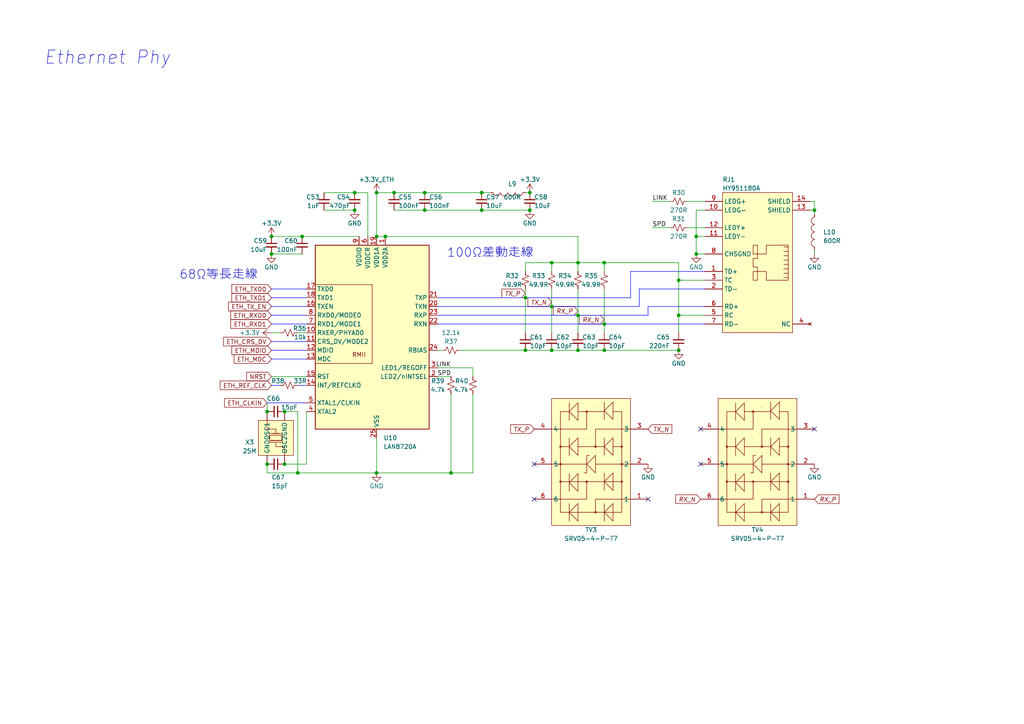
<source format=kicad_sch>
(kicad_sch (version 20211123) (generator eeschema)
  (paper "A4")
  (title_block (date "2022-10-25") (rev "200") (company "A. Chen") (comment 1 "CCTV3_F407ZET_REV100"))
  (lib_symbols
    (symbol "+3.3V_1" (power) (pin_names (offset 0))
      (property "Value" "+3.3V_1" (at 0 3.81 0))
      (symbol "+3.3V_1_0_1"
        (polyline (pts (xy -0.762 1.27) (xy 0 2.54)))
        (polyline (pts (xy 0 0) (xy 0 2.54)))
        (polyline (pts (xy 0 2.54) (xy 0.762 1.27)))
      )
      (symbol "+3.3V_1_1_1"
        (pin power_in line (at 0 0 90) (length 0) hide (name "+3.3V_ETH") (number "1"))
      )
    )
    (symbol "Interface_Ethernet:LAN8720A"
      (property "Reference" "U" (at -13.97 29.21 0))
      (property "Value" "LAN8720A" (at 15.24 29.21 0))
      (symbol "LAN8720A_0_0"
        (text "RMII" (at -5.08 -3.81 0) (effects (font (size 1.27 1.27))))
      )
      (symbol "LAN8720A_0_1"
        (rectangle (start -17.78 27.94) (end 15.24 -25.4) (stroke (width 0.254)) (fill (type background)))
        (polyline (pts (xy -17.78 -6.35) (xy -1.27 -6.35) (xy -1.27 16.51) (xy -17.78 16.51)))
      )
      (symbol "LAN8720A_1_1"
        (pin power_in line (at 2.54 30.48 270) (length 2.54) (name "VDD2A") (number "1"))
        (pin output line (at -20.32 2.54 0) (length 2.54) (name "RXER/PHYAD0") (number "10"))
        (pin output line (at -20.32 0 0) (length 2.54) (name "CRS_DV/MODE2") (number "11"))
        (pin bidirectional line (at -20.32 -2.54 0) (length 2.54) (name "MDIO") (number "12"))
        (pin input line (at -20.32 -5.08 0) (length 2.54) (name "MDC") (number "13"))
        (pin output line (at -20.32 -12.7 0) (length 2.54) (name "INT/REFCLKO") (number "14"))
        (pin input line (at -20.32 -10.16 0) (length 2.54) (name "RST") (number "15"))
        (pin input line (at -20.32 10.16 0) (length 2.54) (name "TXEN") (number "16"))
        (pin input line (at -20.32 15.24 0) (length 2.54) (name "TXD0") (number "17"))
        (pin input line (at -20.32 12.7 0) (length 2.54) (name "TXD1") (number "18"))
        (pin power_in line (at 0 30.48 270) (length 2.54) (name "VDD1A") (number "19"))
        (pin bidirectional line (at 17.78 -10.16 180) (length 2.54) (name "LED2/nINTSEL") (number "2"))
        (pin output line (at 17.78 10.16 180) (length 2.54) (name "TXN") (number "20"))
        (pin output line (at 17.78 12.7 180) (length 2.54) (name "TXP") (number "21"))
        (pin output line (at 17.78 5.08 180) (length 2.54) (name "RXN") (number "22"))
        (pin output line (at 17.78 7.62 180) (length 2.54) (name "RXP") (number "23"))
        (pin input line (at 17.78 -2.54 180) (length 2.54) (name "RBIAS") (number "24"))
        (pin power_in line (at 0 -27.94 90) (length 2.54) (name "VSS") (number "25"))
        (pin bidirectional line (at 17.78 -7.62 180) (length 2.54) (name "LED1/REGOFF") (number "3"))
        (pin passive line (at -20.32 -20.32 0) (length 2.54) (name "XTAL2") (number "4"))
        (pin passive line (at -20.32 -17.78 0) (length 2.54) (name "XTAL1/CLKIN") (number "5"))
        (pin power_in line (at -2.54 30.48 270) (length 2.54) (name "VDDCR") (number "6"))
        (pin output line (at -20.32 5.08 0) (length 2.54) (name "RXD1/MODE1") (number "7"))
        (pin output line (at -20.32 7.62 0) (length 2.54) (name "RXD0/MODE0") (number "8"))
        (pin power_in line (at -5.08 30.48 270) (length 2.54) (name "VDDIO") (number "9"))
      )
    )
    (symbol "lcsc_parts:Cap" (pin_numbers hide) (pin_names (offset 0.254) hide)
      (property "Reference" "C" (at 0.254 1.778 0))
      (property "Value" "Cap" (at 0.254 -2.032 0))
      (symbol "Cap_0_1"
        (polyline (pts (xy -1.524 -0.508) (xy 1.524 -0.508)) (stroke (width 0.3302)))
        (polyline (pts (xy -1.524 0.508) (xy 1.524 0.508)) (stroke (width 0.3048)))
      )
      (symbol "Cap_1_1"
        (pin passive line (at 0 2.54 270) (length 2.032) (name "~") (number "1"))
        (pin passive line (at 0 -2.54 90) (length 2.032) (name "~") (number "2"))
      )
    )
    (symbol "lcsc_parts:GZ1608D601TF" (pin_numbers hide) (pin_names hide)
      (property "Reference" "L" (at 0 5.08 0))
      (property "Value" "GZ1608D601TF" (at 0 -5.08 0))
      (symbol "GZ1608D601TF_0_1"
        (arc (start -4.29 -0.02) (mid -2.52 -0.79) (end -2.27 -0.02))
        (arc (start -2.13 -0.02) (mid -0.36 -0.79) (end -0.11 -0.02))
        (arc (start 0.02 -0.02) (mid 1.79 -0.79) (end 2.04 -0.02))
        (arc (start 2.21 -0.02) (mid 3.3 -1.12) (end 4.23 -0.02))
        (pin unspecified line (at -5.08 0 0) (length 0.762) (name "1") (number "1"))
        (pin unspecified line (at 5.08 0 180) (length 0.762) (name "2") (number "2"))
      )
    )
    (symbol "lcsc_parts:HY951180A"
      (property "Reference" "RJ" (at 0 21.59 0))
      (property "Value" "HY951180A" (at 0 -27.94 0))
      (symbol "HY951180A_0_1"
        (rectangle (start -10.16 20.32) (end 10.16 -20.32) (fill (type background)))
        (rectangle (start -1.27 -2.54) (end 0 -5.08) (fill (type background)))
        (rectangle (start -1.27 5.08) (end 0 2.54) (fill (type background)))
        (polyline (pts (xy 7.62 -4.32) (xy 8.89 -4.32)))
        (polyline (pts (xy 7.62 3.3) (xy 8.89 3.3)))
        (polyline (pts (xy 8.89 -3.05) (xy 7.62 -3.05)))
        (polyline (pts (xy 8.89 -1.78) (xy 7.62 -1.78)))
        (polyline (pts (xy 8.89 -0.51) (xy 7.62 -0.51)))
        (polyline (pts (xy 8.89 0.76) (xy 7.62 0.76)))
        (polyline (pts (xy 8.89 2.03) (xy 7.62 2.03)))
        (polyline (pts (xy 8.89 4.57) (xy 7.62 4.57)))
        (polyline (pts (xy 8.89 5.08) (xy 8.89 -5.08) (xy 2.54 -5.08) (xy 2.54 -2.54) (xy 0 -2.54) (xy 0 -1.27) (xy -1.27 -1.27) (xy -1.27 1.27) (xy 0 1.27) (xy 0 2.54) (xy 2.54 2.54) (xy 2.54 5.08) (xy 8.89 5.08)) (fill (type background)))
        (pin input line (at -15.24 -2.54 0) (length 5.08) (name "TD+") (number "1"))
        (pin input line (at -15.24 15.24 0) (length 5.08) (name "LEDG-") (number "10"))
        (pin input line (at -15.24 7.62 0) (length 5.08) (name "LEDY-") (number "11"))
        (pin input line (at -15.24 10.16 0) (length 5.08) (name "LEDY+") (number "12"))
        (pin input line (at 15.24 15.24 180) (length 5.08) (name "SHIELD") (number "13"))
        (pin input line (at 15.24 17.78 180) (length 5.08) (name "SHIELD") (number "14"))
        (pin input line (at -15.24 -7.62 0) (length 5.08) (name "TD-") (number "2"))
        (pin input line (at -15.24 -5.08 0) (length 5.08) (name "TC") (number "3"))
        (pin no_connect line (at 15.24 -17.78 180) (length 5.08) (name "NC") (number "4"))
        (pin input line (at -15.24 -15.24 0) (length 5.08) (name "RC") (number "5"))
        (pin input line (at -15.24 -12.7 0) (length 5.08) (name "RD+") (number "6"))
        (pin input line (at -15.24 -17.78 0) (length 5.08) (name "RD-") (number "7"))
        (pin input line (at -15.24 2.54 0) (length 5.08) (name "CHSGND") (number "8"))
        (pin input line (at -15.24 17.78 0) (length 5.08) (name "LEDG+") (number "9"))
      )
    )
    (symbol "lcsc_parts:Osc_25M_12pF" (pin_numbers hide)
      (property "Reference" "X" (at 0 7.62 0))
      (property "Value" "Osc_25M_12pF" (at 0 -7.62 0))
      (symbol "Osc_25M_12pF_0_1"
        (rectangle (start -5.08 5.08) (end 5.08 -5.08) (fill (type background)))
        (polyline (pts (xy -1.27 -1.78) (xy -1.27 1.78)))
        (polyline (pts (xy -1.27 -1.02) (xy -1.27 1.02)))
        (polyline (pts (xy 0.76 -1.78) (xy -0.76 -1.78)))
        (polyline (pts (xy 1.27 -1.78) (xy 1.27 1.78)))
        (polyline (pts (xy 1.27 -1.02) (xy 1.27 1.02)))
        (polyline (pts (xy -5.08 -2.54) (xy -2.54 -2.54) (xy -2.54 0) (xy -1.52 0)))
        (polyline (pts (xy -0.76 -1.78) (xy -0.76 1.78) (xy 0.76 1.78) (xy 0.76 -1.78)))
        (polyline (pts (xy 5.08 2.54) (xy 2.54 2.54) (xy 2.54 0) (xy 1.52 0)))
        (polyline (pts (xy 0.76 1.78) (xy 0.76 -1.78) (xy -0.76 -1.78) (xy -0.76 1.78) (xy 0.76 1.78)) (fill (type background)))
        (pin unspecified line (at -7.62 -2.54 0) (length 2.54) (name "OSC1") (number "1"))
        (pin unspecified line (at 7.62 -2.54 180) (length 2.54) (name "GND") (number "2"))
        (pin unspecified line (at 7.62 2.54 180) (length 2.54) (name "OSC2") (number "3"))
        (pin unspecified line (at -7.62 2.54 0) (length 2.54) (name "GND") (number "4"))
      )
    )
    (symbol "lcsc_parts:Res" (pin_numbers hide) (pin_names (offset 0.254) hide)
      (property "Reference" "R" (at 0.762 0.508 0))
      (property "Value" "Res" (at 0.762 -1.016 0))
      (symbol "Res_1_1"
        (polyline (pts (xy 0 0) (xy 1.016 -0.381) (xy 0 -0.762) (xy -1.016 -1.143) (xy 0 -1.524)))
        (polyline (pts (xy 0 1.524) (xy 1.016 1.143) (xy 0 0.762) (xy -1.016 0.381) (xy 0 0)))
        (pin passive line (at 0 2.54 270) (length 1.016) (name "~") (number "1"))
        (pin passive line (at 0 -2.54 90) (length 1.016) (name "~") (number "2"))
      )
    )
    (symbol "lcsc_parts:SRV05-4-P-T7"
      (property "Reference" "TV" (at 0 13.97 0))
      (property "Value" "SRV05-4-P-T7" (at 0 -16.51 0))
      (symbol "SRV05-4-P-T7_0_1"
        (rectangle (start -11.43 17.78) (end 11.43 -19.05) (fill (type background)))
        (circle (center -8.89 -6.35) (radius 0.25))
        (circle (center -8.89 -1.27) (radius 0.25))
        (circle (center -8.89 3.81) (radius 0.25))
        (arc (start -1.52 6.35) (mid -1.47 6.6) (end -1.52 6.35))
        (circle (center -1.27 -6.35) (radius 0.25))
        (circle (center -1.27 13.97) (radius 0.25))
        (polyline (pts (xy -8.89 -15.24) (xy -8.89 1.27)))
        (polyline (pts (xy -8.89 -1.27) (xy -11.43 -1.27)))
        (polyline (pts (xy -8.89 8.89) (xy -11.43 8.89)))
        (polyline (pts (xy -6.35 -17.78) (xy -6.35 -12.7)))
        (polyline (pts (xy -6.35 -9.14) (xy -6.35 -4.06)))
        (polyline (pts (xy -6.35 1.27) (xy -6.35 6.35)))
        (polyline (pts (xy -6.35 11.43) (xy -6.35 16.51)))
        (polyline (pts (xy -2.54 8.89) (xy -2.54 8.89)) (fill (type background)))
        (polyline (pts (xy -2.03 -3.81) (xy -1.27 -3.81)))
        (polyline (pts (xy -1.27 -6.35) (xy -8.89 -6.35)))
        (polyline (pts (xy -1.27 -3.81) (xy -1.27 1.27)))
        (polyline (pts (xy -1.27 -1.27) (xy -8.89 -1.27)))
        (polyline (pts (xy -1.27 1.27) (xy -0.51 1.27)))
        (polyline (pts (xy 3.81 -17.78) (xy 3.81 -12.7)))
        (polyline (pts (xy 3.81 -8.89) (xy 3.81 -3.81)))
        (polyline (pts (xy 3.81 1.27) (xy 3.81 6.35)))
        (polyline (pts (xy 3.81 3.81) (xy -3.81 3.81)))
        (polyline (pts (xy 3.81 11.68) (xy 3.81 16.76)))
        (polyline (pts (xy 3.81 13.97) (xy -3.81 13.97)))
        (polyline (pts (xy 8.89 -15.24) (xy -8.89 -15.24)))
        (polyline (pts (xy 8.89 -15.24) (xy 8.89 1.27)))
        (polyline (pts (xy 8.89 -6.35) (xy -1.27 -6.35)))
        (polyline (pts (xy 11.43 -1.27) (xy 1.27 -1.27)))
        (polyline (pts (xy -6.35 3.81) (xy -8.89 3.81) (xy -8.89 1.27)))
        (polyline (pts (xy -6.35 13.97) (xy -8.89 13.97) (xy -8.89 3.81)))
        (polyline (pts (xy -1.27 -6.35) (xy -1.27 -11.43) (xy -11.43 -11.43)))
        (polyline (pts (xy -1.27 13.97) (xy -1.27 8.89) (xy -8.89 8.89)))
        (polyline (pts (xy 1.27 -15.24) (xy 1.27 -11.43) (xy 11.43 -11.43)))
        (polyline (pts (xy 1.27 3.81) (xy 1.27 8.89) (xy 11.43 8.89)))
        (polyline (pts (xy 6.35 3.81) (xy 8.89 3.81) (xy 8.89 1.27)))
        (polyline (pts (xy 8.89 3.81) (xy 8.89 13.97) (xy 6.35 13.97)))
        (polyline (pts (xy -3.81 -12.7) (xy -6.35 -15.24) (xy -3.81 -17.78) (xy -3.81 -12.7)) (fill (type background)))
        (polyline (pts (xy -3.81 -4.06) (xy -6.35 -6.6) (xy -3.81 -9.14) (xy -3.81 -4.06)) (fill (type background)))
        (polyline (pts (xy -3.81 6.35) (xy -6.35 3.81) (xy -3.81 1.27) (xy -3.81 6.35)) (fill (type background)))
        (polyline (pts (xy -3.81 16.51) (xy -6.35 13.97) (xy -3.81 11.43) (xy -3.81 16.51)) (fill (type background)))
        (polyline (pts (xy 1.27 1.27) (xy -1.27 -1.27) (xy 1.27 -3.81) (xy 1.27 1.27)) (fill (type background)))
        (polyline (pts (xy 6.35 -12.7) (xy 3.81 -15.24) (xy 6.35 -17.78) (xy 6.35 -12.7)) (fill (type background)))
        (polyline (pts (xy 6.35 -3.81) (xy 3.81 -6.35) (xy 6.35 -8.89) (xy 6.35 -3.81)) (fill (type background)))
        (polyline (pts (xy 6.35 6.35) (xy 3.81 3.81) (xy 6.35 1.27) (xy 6.35 6.35)) (fill (type background)))
        (polyline (pts (xy 6.35 16.76) (xy 3.81 14.22) (xy 6.35 11.68) (xy 6.35 16.76)) (fill (type background)))
        (arc (start 1.02 15.24) (mid 1.07 15.49) (end 1.02 15.24))
        (circle (center 1.27 -15.24) (radius 0.25))
        (circle (center 1.27 3.81) (radius 0.25))
        (circle (center 8.89 -6.35) (radius 0.25))
        (circle (center 8.89 -1.27) (radius 0.25))
        (circle (center 8.89 3.81) (radius 0.25))
        (pin input line (at 16.51 -11.43 180) (length 5.08) (name "1") (number "1"))
        (pin input line (at 16.51 -1.27 180) (length 5.08) (name "2") (number "2"))
        (pin input line (at 16.51 8.89 180) (length 5.08) (name "3") (number "3"))
        (pin input line (at -16.51 8.89 0) (length 5.08) (name "4") (number "4"))
        (pin input line (at -16.51 -1.27 0) (length 5.08) (name "5") (number "5"))
        (pin input line (at -16.51 -11.43 0) (length 5.08) (name "6") (number "6"))
      )
    )
    (symbol "power:+3.3V" (power) (pin_names (offset 0))
      (property "Value" "+3.3V" (at 0 3.556 0))
      (symbol "+3.3V_0_1"
        (polyline (pts (xy -0.762 1.27) (xy 0 2.54)))
        (polyline (pts (xy 0 0) (xy 0 2.54)))
        (polyline (pts (xy 0 2.54) (xy 0.762 1.27)))
      )
      (symbol "+3.3V_1_1"
        (pin power_in line (at 0 0 90) (length 0) hide (name "+3.3V") (number "1"))
      )
    )
    (symbol "power:GND" (power) (pin_names (offset 0))
      (property "Value" "GND" (at 0 -3.81 0))
      (symbol "GND_0_1"
        (polyline (pts (xy 0 0) (xy 0 -1.27) (xy 1.27 -1.27) (xy 0 -2.54) (xy -1.27 -1.27) (xy 0 -1.27)))
      )
      (symbol "GND_1_1"
        (pin power_in line (at 0 0 270) (length 0) hide (name "GND") (number "1"))
      )
    )
  )
  (junction (at 153.67 55.88))
  (junction (at 152.4 101.6))
  (junction (at 78.74 68.58))
  (junction (at 114.3 55.88))
  (junction (at 77.47 119.38))
  (junction (at 201.93 73.66))
  (junction (at 123.19 60.96))
  (junction (at 130.81 137.16))
  (junction (at 139.7 55.88))
  (junction (at 109.22 68.58))
  (junction (at 87.63 68.58))
  (junction (at 109.22 137.16))
  (junction (at 139.7 60.96))
  (junction (at 196.85 91.44))
  (junction (at 152.4 86.36))
  (junction (at 167.64 76.2))
  (junction (at 86.36 137.16))
  (junction (at 175.26 101.6))
  (junction (at 102.87 55.88))
  (junction (at 160.02 88.9))
  (junction (at 78.74 73.66))
  (junction (at 102.87 60.96))
  (junction (at 167.64 91.44))
  (junction (at 196.85 101.6))
  (junction (at 153.67 60.96))
  (junction (at 111.76 68.58))
  (junction (at 196.85 81.28))
  (junction (at 201.93 68.58))
  (junction (at 236.22 60.96))
  (junction (at 82.55 119.38))
  (junction (at 123.19 55.88))
  (junction (at 167.64 101.6))
  (junction (at 109.22 55.88))
  (junction (at 175.26 93.98))
  (junction (at 82.55 134.62))
  (junction (at 175.26 76.2))
  (junction (at 160.02 76.2))
  (junction (at 160.02 101.6))
  (junction (at 77.47 134.62))
  (no_connect (at 187.96 144.78))
  (no_connect (at 154.94 144.78))
  (no_connect (at 203.2 134.62))
  (no_connect (at 236.22 124.46))
  (no_connect (at 203.2 124.46))
  (no_connect (at 154.94 134.62))
  (wire (pts (xy 77.47 116.84) (xy 77.47 119.38)))
  (wire (pts (xy 201.93 73.66) (xy 204.47 73.66)))
  (wire (pts (xy 78.74 68.58) (xy 87.63 68.58)))
  (wire (pts (xy 109.22 68.58) (xy 111.76 68.58)))
  (wire (pts (xy 201.93 68.58) (xy 201.93 73.66)))
  (wire (pts (xy 137.16 106.68) (xy 137.16 109.22)))
  (wire (pts (xy 78.74 91.44) (xy 88.9 91.44)) (stroke (width 0) (color 0 0 255 1)))
  (wire (pts (xy 127 109.22) (xy 130.81 109.22)))
  (wire (pts (xy 78.74 93.98) (xy 88.9 93.98)) (stroke (width 0) (color 0 0 255 1)))
  (wire (pts (xy 160.02 88.9) (xy 160.02 96.52)))
  (wire (pts (xy 199.39 66.04) (xy 204.47 66.04)))
  (wire (pts (xy 167.64 68.58) (xy 167.64 76.2)))
  (wire (pts (xy 152.4 55.88) (xy 153.67 55.88)))
  (wire (pts (xy 196.85 91.44) (xy 204.47 91.44)))
  (wire (pts (xy 185.42 88.9) (xy 185.42 83.82)) (stroke (width 0) (color 0 0 255 1)))
  (wire (pts (xy 139.7 55.88) (xy 142.24 55.88)))
  (wire (pts (xy 152.4 78.74) (xy 152.4 76.2)))
  (wire (pts (xy 127 93.98) (xy 175.26 93.98)) (stroke (width 0) (color 0 0 255 1)))
  (wire (pts (xy 167.64 76.2) (xy 167.64 78.74)))
  (wire (pts (xy 152.4 86.36) (xy 152.4 96.52)))
  (wire (pts (xy 167.64 101.6) (xy 175.26 101.6)))
  (wire (pts (xy 236.22 60.96) (xy 236.22 58.42)))
  (wire (pts (xy 152.4 83.82) (xy 152.4 86.36)))
  (wire (pts (xy 114.3 55.88) (xy 123.19 55.88)))
  (wire (pts (xy 78.74 83.82) (xy 88.9 83.82)) (stroke (width 0) (color 0 0 255 1)))
  (wire (pts (xy 175.26 83.82) (xy 175.26 93.98)))
  (wire (pts (xy 152.4 76.2) (xy 160.02 76.2)))
  (wire (pts (xy 236.22 73.66) (xy 236.22 72.39)))
  (wire (pts (xy 78.74 99.06) (xy 88.9 99.06)) (stroke (width 0) (color 0 0 255 1)))
  (wire (pts (xy 160.02 76.2) (xy 160.02 78.74)))
  (wire (pts (xy 77.47 116.84) (xy 88.9 116.84)) (stroke (width 0) (color 0 0 255 1)))
  (wire (pts (xy 123.19 55.88) (xy 139.7 55.88)))
  (wire (pts (xy 167.64 76.2) (xy 175.26 76.2)))
  (wire (pts (xy 86.36 137.16) (xy 109.22 137.16)))
  (wire (pts (xy 78.74 111.76) (xy 81.28 111.76)) (stroke (width 0) (color 0 0 255 1)))
  (wire (pts (xy 185.42 83.82) (xy 204.47 83.82)) (stroke (width 0) (color 0 0 255 1)))
  (wire (pts (xy 127 88.9) (xy 160.02 88.9)) (stroke (width 0) (color 0 0 255 1)))
  (wire (pts (xy 160.02 101.6) (xy 167.64 101.6)))
  (wire (pts (xy 86.36 96.52) (xy 88.9 96.52)))
  (wire (pts (xy 106.68 55.88) (xy 106.68 68.58)))
  (wire (pts (xy 182.88 78.74) (xy 204.47 78.74)) (stroke (width 0) (color 0 0 255 1)))
  (wire (pts (xy 182.88 86.36) (xy 182.88 78.74)) (stroke (width 0) (color 0 0 255 1)))
  (wire (pts (xy 109.22 55.88) (xy 114.3 55.88)))
  (wire (pts (xy 102.87 55.88) (xy 106.68 55.88)))
  (wire (pts (xy 204.47 60.96) (xy 201.93 60.96)))
  (wire (pts (xy 187.96 91.44) (xy 187.96 88.9)) (stroke (width 0) (color 0 0 255 1)))
  (wire (pts (xy 160.02 76.2) (xy 167.64 76.2)))
  (wire (pts (xy 199.39 58.42) (xy 204.47 58.42)))
  (wire (pts (xy 196.85 91.44) (xy 196.85 96.52)))
  (wire (pts (xy 88.9 134.62) (xy 88.9 119.38)))
  (wire (pts (xy 196.85 81.28) (xy 196.85 91.44)))
  (wire (pts (xy 234.95 58.42) (xy 236.22 58.42)))
  (wire (pts (xy 78.74 109.22) (xy 88.9 109.22)))
  (wire (pts (xy 111.76 68.58) (xy 167.64 68.58)))
  (wire (pts (xy 133.35 101.6) (xy 152.4 101.6)))
  (wire (pts (xy 189.23 66.04) (xy 194.31 66.04)))
  (wire (pts (xy 127 106.68) (xy 137.16 106.68)))
  (wire (pts (xy 187.96 88.9) (xy 204.47 88.9)) (stroke (width 0) (color 0 0 255 1)))
  (wire (pts (xy 109.22 55.88) (xy 109.22 68.58)))
  (wire (pts (xy 175.26 76.2) (xy 175.26 78.74)))
  (wire (pts (xy 175.26 101.6) (xy 196.85 101.6)))
  (wire (pts (xy 167.64 91.44) (xy 187.96 91.44)) (stroke (width 0) (color 0 0 255 1)))
  (wire (pts (xy 82.55 119.38) (xy 86.36 119.38)))
  (wire (pts (xy 175.26 93.98) (xy 175.26 96.52)))
  (wire (pts (xy 114.3 60.96) (xy 123.19 60.96)))
  (wire (pts (xy 201.93 68.58) (xy 204.47 68.58)))
  (wire (pts (xy 109.22 137.16) (xy 109.22 127)))
  (wire (pts (xy 123.19 60.96) (xy 139.7 60.96)))
  (wire (pts (xy 201.93 60.96) (xy 201.93 68.58)))
  (wire (pts (xy 137.16 137.16) (xy 137.16 114.3)))
  (wire (pts (xy 189.23 58.42) (xy 194.31 58.42)))
  (wire (pts (xy 78.74 88.9) (xy 88.9 88.9)) (stroke (width 0) (color 0 0 255 1)))
  (wire (pts (xy 130.81 114.3) (xy 130.81 137.16)))
  (wire (pts (xy 93.98 55.88) (xy 102.87 55.88)))
  (wire (pts (xy 152.4 86.36) (xy 182.88 86.36)) (stroke (width 0) (color 0 0 255 1)))
  (wire (pts (xy 78.74 73.66) (xy 87.63 73.66)))
  (wire (pts (xy 167.64 83.82) (xy 167.64 91.44)))
  (wire (pts (xy 152.4 101.6) (xy 160.02 101.6)))
  (wire (pts (xy 78.74 104.14) (xy 88.9 104.14)) (stroke (width 0) (color 0 0 255 1)))
  (wire (pts (xy 196.85 81.28) (xy 204.47 81.28)))
  (wire (pts (xy 175.26 93.98) (xy 204.47 93.98)) (stroke (width 0) (color 0 0 255 1)))
  (wire (pts (xy 109.22 137.16) (xy 130.81 137.16)))
  (wire (pts (xy 167.64 91.44) (xy 167.64 96.52)))
  (wire (pts (xy 196.85 76.2) (xy 196.85 81.28)))
  (wire (pts (xy 78.74 96.52) (xy 81.28 96.52)))
  (wire (pts (xy 78.74 101.6) (xy 88.9 101.6)) (stroke (width 0) (color 0 0 255 1)))
  (wire (pts (xy 160.02 83.82) (xy 160.02 88.9)))
  (wire (pts (xy 175.26 76.2) (xy 196.85 76.2)))
  (wire (pts (xy 139.7 60.96) (xy 153.67 60.96)))
  (wire (pts (xy 77.47 137.16) (xy 77.47 134.62)))
  (wire (pts (xy 78.74 86.36) (xy 88.9 86.36)) (stroke (width 0) (color 0 0 255 1)))
  (wire (pts (xy 234.95 60.96) (xy 236.22 60.96)))
  (wire (pts (xy 128.27 101.6) (xy 127 101.6)))
  (wire (pts (xy 127 91.44) (xy 167.64 91.44)) (stroke (width 0) (color 0 0 255 1)))
  (wire (pts (xy 130.81 137.16) (xy 137.16 137.16)))
  (wire (pts (xy 86.36 137.16) (xy 77.47 137.16)))
  (wire (pts (xy 93.98 60.96) (xy 102.87 60.96)))
  (wire (pts (xy 86.36 119.38) (xy 86.36 137.16)))
  (wire (pts (xy 87.63 68.58) (xy 104.14 68.58)))
  (wire (pts (xy 82.55 134.62) (xy 88.9 134.62)))
  (wire (pts (xy 127 86.36) (xy 152.4 86.36)) (stroke (width 0) (color 0 0 255 1)))
  (wire (pts (xy 160.02 88.9) (xy 185.42 88.9)) (stroke (width 0) (color 0 0 255 1)))
  (wire (pts (xy 86.36 111.76) (xy 88.9 111.76)) (stroke (width 0) (color 0 0 255 1)))
  (wire (pts (xy 236.22 62.23) (xy 236.22 60.96)))
  (text "Ethernet Phy" (at 12.7 19.05 0) (effects (font (size 3.81 3.81) italic) (justify left bottom)))
  (text "100Ω差動走線" (at 154.94 74.93 180) (effects (font (size 2.54 2.54)) (justify right bottom)))
  (text "68Ω等長走線" (at 74.93 81.28 180) (effects (font (size 2.54 2.54)) (justify right bottom)))
  (label "LINK" (at 189.23 58.42 0))
  (label "SPD" (at 130.81 109.22 180))
  (label "LINK" (at 130.81 106.68 180))
  (label "SPD" (at 189.23 66.04 0))
  (global_label "ETH_REF_CLK" (shape input) (at 78.74 111.76 180) (property "Intersheet References" "${INTERSHEET_REFS}" (effects hide)))
  (global_label "TX_N" (shape input) (at 160.02 87.63 180) (effects (font italic)) (property "Intersheet References" "${INTERSHEET_REFS}" (effects hide)))
  (global_label "RX_N" (shape input) (at 175.26 92.71 180) (effects (font italic)) (property "Intersheet References" "${INTERSHEET_REFS}" (effects hide)))
  (global_label "RX_N" (shape input) (at 203.2 144.78 180) (effects (font italic)) (property "Intersheet References" "${INTERSHEET_REFS}" (effects hide)))
  (global_label "NRST" (shape input) (at 78.74 109.22 180) (property "Intersheet References" "${INTERSHEET_REFS}" (effects hide)))
  (global_label "RX_P" (shape input) (at 236.22 144.78 0) (effects (font italic)) (property "Intersheet References" "${INTERSHEET_REFS}" (effects hide)))
  (global_label "ETH_CLKIN" (shape input) (at 77.47 116.84 180) (property "Intersheet References" "${INTERSHEET_REFS}" (effects hide)))
  (global_label "TX_P" (shape input) (at 154.94 124.46 180) (effects (font italic)) (property "Intersheet References" "${INTERSHEET_REFS}" (effects hide)))
  (global_label "ETH_RXD1" (shape input) (at 78.74 93.98 180) (property "Intersheet References" "${INTERSHEET_REFS}" (effects hide)))
  (global_label "ETH_TX_EN" (shape input) (at 78.74 88.9 180) (property "Intersheet References" "${INTERSHEET_REFS}" (effects hide)))
  (global_label "TX_P" (shape input) (at 152.4 85.09 180) (effects (font italic)) (property "Intersheet References" "${INTERSHEET_REFS}" (effects hide)))
  (global_label "ETH_MDC" (shape input) (at 78.74 104.14 180) (property "Intersheet References" "${INTERSHEET_REFS}" (effects hide)))
  (global_label "ETH_MDIO" (shape input) (at 78.74 101.6 180) (property "Intersheet References" "${INTERSHEET_REFS}" (effects hide)))
  (global_label "RX_P" (shape input) (at 167.64 90.17 180) (effects (font italic)) (property "Intersheet References" "${INTERSHEET_REFS}" (effects hide)))
  (global_label "ETH_TXD1" (shape input) (at 78.74 86.36 180) (property "Intersheet References" "${INTERSHEET_REFS}" (effects hide)))
  (global_label "TX_N" (shape input) (at 187.96 124.46 0) (effects (font italic)) (property "Intersheet References" "${INTERSHEET_REFS}" (effects hide)))
  (global_label "ETH_RXD0" (shape input) (at 78.74 91.44 180) (property "Intersheet References" "${INTERSHEET_REFS}" (effects hide)))
  (global_label "ETH_TXD0" (shape input) (at 78.74 83.82 180) (property "Intersheet References" "${INTERSHEET_REFS}" (effects hide)))
  (global_label "ETH_CRS_DV" (shape input) (at 78.74 99.06 180) (property "Intersheet References" "${INTERSHEET_REFS}" (effects hide)))
  (symbol (lib_id "lcsc_parts:Res") (at 130.81 101.6 270) (unit 1)
    (property "Reference" "R37" (at 130.81 99.06 90))
    (property "Value" "12.1k" (at 130.81 96.52 90))
    (property "Footprint" "Resistor_SMD:R_0402_1005Metric" (effects hide))
    (property "Tolerance" "1%" (effects hide))
    (property "LCSC Part" "TBD" (effects hide))
  )
  (symbol (lib_id "power:GND") (at 187.96 134.62 0) (unit 1)
    (property "Reference" "#PWR099" (effects hide))
    (property "Value" "GND" (at 187.96 138.43 0))
  )
  (symbol (lib_id "power:GND") (at 109.22 137.16 0) (unit 1)
    (property "Reference" "#PWR0101" (effects hide))
    (property "Value" "GND" (at 109.22 140.97 0))
  )
  (symbol (lib_id "lcsc_parts:Res") (at 130.81 111.76 180) (unit 1)
    (property "Reference" "R39" (at 127 110.49 0))
    (property "Value" "4.7k" (at 127 113.03 0))
    (property "Footprint" "Resistor_SMD:R_0603_1608Metric" (effects hide))
    (property "LCSC Part" "TBD" (effects hide))
  )
  (symbol (lib_name "+3.3V_1") (lib_id "power:+3.3V") (at 109.22 55.88 0) (unit 1)
    (property "Reference" "#PWR089" (effects hide))
    (property "Value" "+3.3V_ETH" (at 109.22 52.07 0))
  )
  (symbol (lib_id "lcsc_parts:Res") (at 167.64 81.28 0) (unit 1)
    (property "Reference" "R34" (at 163.83 80.01 0))
    (property "Value" "49.9R" (at 163.83 82.55 0))
    (property "Footprint" "Resistor_SMD:R_0402_1005Metric" (effects hide))
    (property "Tolerance" "1%" (effects hide))
    (property "LCSC Part" "TBD" (effects hide))
  )
  (symbol (lib_id "power:GND") (at 236.22 134.62 0) (unit 1)
    (property "Reference" "#PWR0100" (effects hide))
    (property "Value" "GND" (at 236.22 138.43 0))
  )
  (symbol (lib_id "Interface_Ethernet:LAN8720A") (at 109.22 99.06 0) (unit 1)
    (property "Reference" "U10" (at 111.2394 127 0) (effects (justify left)))
    (property "Value" "LAN8720A" (at 111.2394 129.54 0) (effects (justify left)))
    (property "Footprint" "Package_DFN_QFN:QFN-24-1EP_4x4mm_P0.5mm_EP2.6x2.6mm" (effects hide))
    (property "Datasheet" "http://ww1.microchip.com/downloads/en/DeviceDoc/8720a.pdf" (effects hide))
  )
  (symbol (lib_id "lcsc_parts:Res") (at 152.4 81.28 0) (unit 1)
    (property "Reference" "R32" (at 148.59 80.01 0))
    (property "Value" "49.9R" (at 148.59 82.55 0))
    (property "Footprint" "Resistor_SMD:R_0402_1005Metric" (effects hide))
    (property "Tolerance" "1%" (effects hide))
    (property "LCSC Part" "TBD" (effects hide))
  )
  (symbol (lib_id "lcsc_parts:Cap") (at 87.63 71.12 0) (unit 1)
    (property "Reference" "C60" (at 86.36 69.85 0) (effects (justify right)))
    (property "Value" "100nF" (at 86.36 72.39 0) (effects (justify right)))
    (property "Footprint" "Capacitor_SMD:C_0402_1005Metric" (effects hide))
    (property "Voltage" "16V" (effects hide))
    (property "LCSC Part" "TBD" (effects hide))
  )
  (symbol (lib_id "lcsc_parts:Res") (at 137.16 111.76 180) (unit 1)
    (property "Reference" "R40" (at 135.89 110.49 0) (effects (justify left)))
    (property "Value" "4.7k" (at 135.89 113.03 0) (effects (justify left)))
    (property "Footprint" "Resistor_SMD:R_0603_1608Metric" (effects hide))
    (property "LCSC Part" "TBD" (effects hide))
  )
  (symbol (lib_id "lcsc_parts:Res") (at 83.82 111.76 90) (unit 1)
    (property "Reference" "R38" (at 82.55 110.49 90) (effects (justify left)))
    (property "Value" "33R" (at 85.09 110.49 90) (effects (justify right)))
    (property "Footprint" "Resistor_SMD:R_0603_1608Metric" (effects hide))
    (property "LCSC Part" "TBD" (effects hide))
  )
  (symbol (lib_id "lcsc_parts:Cap") (at 78.74 71.12 0) (unit 1)
    (property "Reference" "C59" (at 77.47 69.85 0) (effects (justify right)))
    (property "Value" "10uF" (at 77.47 72.39 0) (effects (justify right)))
    (property "Footprint" "Capacitor_SMD:C_0402_1005Metric" (effects hide))
    (property "Voltage" "6.3V" (effects hide))
    (property "LCSC Part" "TBD" (effects hide))
  )
  (symbol (lib_id "power:+3.3V") (at 78.74 96.52 90) (unit 1)
    (property "Reference" "#PWR097" (effects hide))
    (property "Value" "+3.3V" (at 72.39 96.52 90))
  )
  (symbol (lib_id "lcsc_parts:Cap") (at 196.85 99.06 180) (unit 1)
    (property "Reference" "C65" (at 194.31 97.79 0) (effects (justify left)))
    (property "Value" "220nF" (at 194.31 100.33 0) (effects (justify left)))
    (property "Footprint" "Capacitor_SMD:C_0402_1005Metric" (effects hide))
    (property "Voltage" "16V" (effects hide))
    (property "LCSC Part" "TBD" (effects hide))
  )
  (symbol (lib_id "lcsc_parts:Res") (at 196.85 66.04 270) (unit 1)
    (property "Reference" "R31" (at 196.85 63.5 90))
    (property "Value" "270R" (at 196.85 68.58 90))
    (property "Footprint" "Resistor_SMD:R_0603_1608Metric" (effects hide))
    (property "LCSC Part" "TBD" (effects hide))
  )
  (symbol (lib_id "lcsc_parts:Cap") (at 139.7 58.42 0) (unit 1)
    (property "Reference" "C57" (at 140.97 57.15 0) (effects (justify left)))
    (property "Value" "10uF" (at 140.97 59.69 0) (effects (justify left)))
    (property "Footprint" "Capacitor_SMD:C_0402_1005Metric" (effects hide))
    (property "Voltage" "6.3V" (effects hide))
    (property "LCSC Part" "TBD" (effects hide))
  )
  (symbol (lib_id "lcsc_parts:Cap") (at 153.67 58.42 0) (unit 1)
    (property "Reference" "C58" (at 154.94 57.15 0) (effects (justify left)))
    (property "Value" "10uF" (at 154.94 59.69 0) (effects (justify left)))
    (property "Footprint" "Capacitor_SMD:C_0402_1005Metric" (effects hide))
    (property "Voltage" "6.3V" (effects hide))
    (property "LCSC Part" "TBD" (effects hide))
  )
  (symbol (lib_id "lcsc_parts:GZ1608D601TF") (at 236.22 67.31 270) (unit 1)
    (property "Reference" "L10" (at 238.76 67.31 90) (effects (justify left)))
    (property "Value" "600R" (at 238.76 69.85 90) (effects (justify left)))
    (property "Footprint" "Inductor_SMD:L_0603_1608Metric" (effects hide))
    (property "Datasheet" "https://lcsc.com/product-detail/Ferrite-Beads-And-Chips_600R-25-100MHz_C1002.html" (effects hide))
    (property "Manufacturer" "Sunlord" (effects hide))
    (property "LCSC Part" "C1002" (effects hide))
    (property "JLC Part" "Basic Part" (effects hide))
    (property "Model" "GZ1608D601TF" (effects hide))
  )
  (symbol (lib_id "lcsc_parts:SRV05-4-P-T7") (at 171.45 133.35 0) (unit 1)
    (property "Reference" "TV3" (at 171.45 153.67 0))
    (property "Value" "SRV05-4-P-T7" (at 171.45 156.21 0))
    (property "Footprint" "lcsc_parts:SOT-23-6_L2.9-W1.6-P0.95-LS2.8-BR" (effects hide))
    (property "Datasheet" "https://lcsc.com/product-detail/TVS_SRV05-4-P-T7_C85364.html" (effects hide))
    (property "Manufacturer" "PROTEK" (effects hide))
    (property "LCSC Part" "C85364" (effects hide))
    (property "JLC Part" "Basic Part" (effects hide))
  )
  (symbol (lib_id "lcsc_parts:Cap") (at 114.3 58.42 0) (unit 1)
    (property "Reference" "C55" (at 115.57 57.15 0) (effects (justify left)))
    (property "Value" "100nF" (at 115.57 59.69 0) (effects (justify left)))
    (property "Footprint" "Capacitor_SMD:C_0402_1005Metric" (effects hide))
    (property "Voltage" "6.3V" (effects hide))
    (property "LCSC Part" "TBD" (effects hide))
  )
  (symbol (lib_id "lcsc_parts:GZ1608D601TF") (at 147.32 55.88 0) (unit 1)
    (property "Reference" "L9" (at 148.59 53.34 0))
    (property "Value" "600R" (at 148.59 57.15 0))
    (property "Footprint" "Inductor_SMD:L_0603_1608Metric" (effects hide))
    (property "Datasheet" "https://lcsc.com/product-detail/Ferrite-Beads-And-Chips_600R-25-100MHz_C1002.html" (effects hide))
    (property "Manufacturer" "Sunlord" (effects hide))
    (property "LCSC Part" "C1002" (effects hide))
    (property "JLC Part" "Basic Part" (effects hide))
    (property "Model" "GZ1608D601TF" (effects hide))
  )
  (symbol (lib_id "power:GND") (at 153.67 60.96 0) (unit 1)
    (property "Reference" "#PWR092" (effects hide))
    (property "Value" "GND" (at 153.67 64.77 0))
  )
  (symbol (lib_id "lcsc_parts:Osc_25M_12pF") (at 80.01 127 270) (unit 1)
    (property "Reference" "X3" (at 72.39 128.27 90))
    (property "Value" "25M" (at 72.39 130.81 90))
    (property "Footprint" "lcsc_parts:OSC-SMD_4P-L3.2-W2.5-BL" (effects hide))
    (property "Datasheet" "https://lcsc.com/product-detail/SMD-Crystals_YSX321SL-25MHZ-12PF-10PPM-40-85_C9006.html" (effects hide))
    (property "Manufacturer" "YXC" (effects hide))
    (property "LCSC Part" "C9006" (effects hide))
    (property "JLC Part" "Basic Part" (effects hide))
    (property "Model" "X322525MOB4SI" (effects hide))
    (property "Load Cap" "12pF" (effects hide))
  )
  (symbol (lib_id "lcsc_parts:Cap") (at 152.4 99.06 0) (unit 1)
    (property "Reference" "C61" (at 153.67 97.79 0) (effects (justify left)))
    (property "Value" "10pF" (at 153.67 100.33 0) (effects (justify left)))
    (property "Footprint" "Capacitor_SMD:C_0402_1005Metric" (effects hide))
    (property "Voltage" "50V" (effects hide))
    (property "LCSC Part" "TBD" (effects hide))
  )
  (symbol (lib_id "lcsc_parts:HY951180A") (at 219.71 76.2 0) (unit 1)
    (property "Reference" "RJ1" (at 209.55 52.07 0) (effects (justify left)))
    (property "Value" "HY951180A" (at 209.55 54.61 0) (effects (justify left)))
    (property "Footprint" "lcsc_parts:RJ45-TH_HY951180A" (effects hide))
    (property "Datasheet" "https://lcsc.com/product-detail/Ethernet-Connectors-Modular-Connectors_Zhongshan-HanRun-Elec-HY951180A_C34677.html" (effects hide))
    (property "Manufacturer" "HANRUN(汉仁)" (effects hide))
    (property "LCSC Part" "C34677" (effects hide))
    (property "JLC Part" "Extended Part" (effects hide))
  )
  (symbol (lib_id "lcsc_parts:Res") (at 175.26 81.28 0) (unit 1)
    (property "Reference" "R35" (at 171.45 80.01 0))
    (property "Value" "49.9R" (at 171.45 82.55 0))
    (property "Footprint" "Resistor_SMD:R_0402_1005Metric" (effects hide))
    (property "Tolerance" "1%" (effects hide))
    (property "LCSC Part" "TBD" (effects hide))
  )
  (symbol (lib_id "lcsc_parts:SRV05-4-P-T7") (at 219.71 133.35 0) (unit 1)
    (property "Reference" "TV4" (at 219.71 153.67 0))
    (property "Value" "SRV05-4-P-T7" (at 219.71 156.21 0))
    (property "Footprint" "lcsc_parts:SOT-23-6_L2.9-W1.6-P0.95-LS2.8-BR" (effects hide))
    (property "Datasheet" "https://lcsc.com/product-detail/TVS_SRV05-4-P-T7_C85364.html" (effects hide))
    (property "Manufacturer" "PROTEK" (effects hide))
    (property "LCSC Part" "C85364" (effects hide))
    (property "JLC Part" "Basic Part" (effects hide))
  )
  (symbol (lib_id "lcsc_parts:Res") (at 196.85 58.42 270) (unit 1)
    (property "Reference" "R30" (at 196.85 55.88 90))
    (property "Value" "270R" (at 196.85 60.96 90))
    (property "Footprint" "Resistor_SMD:R_0603_1608Metric" (effects hide))
    (property "LCSC Part" "TBD" (effects hide))
  )
  (symbol (lib_id "power:GND") (at 196.85 101.6 0) (unit 1)
    (property "Reference" "#PWR098" (effects hide))
    (property "Value" "GND" (at 196.85 105.41 0))
  )
  (symbol (lib_id "power:GND") (at 236.22 73.66 0) (unit 1)
    (property "Reference" "#PWR096" (effects hide))
    (property "Value" "GND" (at 236.22 77.47 0))
  )
  (symbol (lib_id "lcsc_parts:Res") (at 160.02 81.28 0) (unit 1)
    (property "Reference" "R33" (at 156.21 80.01 0))
    (property "Value" "49.9R" (at 156.21 82.55 0))
    (property "Footprint" "Resistor_SMD:R_0402_1005Metric" (effects hide))
    (property "Tolerance" "1%" (effects hide))
    (property "LCSC Part" "TBD" (effects hide))
  )
  (symbol (lib_id "lcsc_parts:Cap") (at 160.02 99.06 0) (unit 1)
    (property "Reference" "C62" (at 161.29 97.79 0) (effects (justify left)))
    (property "Value" "10pF" (at 161.29 100.33 0) (effects (justify left)))
    (property "Footprint" "Capacitor_SMD:C_0402_1005Metric" (effects hide))
    (property "Voltage" "50V" (effects hide))
    (property "LCSC Part" "TBD" (effects hide))
  )
  (symbol (lib_id "lcsc_parts:Cap") (at 80.01 119.38 90) (unit 1)
    (property "Reference" "C66" (at 81.28 115.57 90) (effects (justify left)))
    (property "Value" "15pF" (at 86.36 118.11 90) (effects (justify left)))
    (property "Footprint" "Capacitor_SMD:C_0402_1005Metric" (effects hide))
    (property "Voltage" "50V" (effects hide))
    (property "LCSC Part" "TBD" (effects hide))
  )
  (symbol (lib_id "power:GND") (at 201.93 73.66 0) (unit 1)
    (property "Reference" "#PWR095" (effects hide))
    (property "Value" "GND" (at 201.93 77.47 0))
  )
  (symbol (lib_id "lcsc_parts:Res") (at 83.82 96.52 270) (unit 1)
    (property "Reference" "R36" (at 88.9 95.25 90) (effects (justify right)))
    (property "Value" "10k" (at 88.9 97.79 90) (effects (justify right)))
    (property "Footprint" "Resistor_SMD:R_0402_1005Metric" (effects hide))
    (property "Tolerance" "1%" (effects hide))
    (property "LCSC Part" "TBD" (effects hide))
  )
  (symbol (lib_id "power:GND") (at 102.87 60.96 0) (unit 1)
    (property "Reference" "#PWR091" (effects hide))
    (property "Value" "GND" (at 102.87 64.77 0))
  )
  (symbol (lib_id "lcsc_parts:Cap") (at 175.26 99.06 0) (unit 1)
    (property "Reference" "C64" (at 176.53 97.79 0) (effects (justify left)))
    (property "Value" "10pF" (at 176.53 100.33 0) (effects (justify left)))
    (property "Footprint" "Capacitor_SMD:C_0402_1005Metric" (effects hide))
    (property "Voltage" "50V" (effects hide))
    (property "LCSC Part" "TBD" (effects hide))
  )
  (symbol (lib_id "lcsc_parts:Cap") (at 80.01 134.62 270) (unit 1)
    (property "Reference" "C67" (at 78.74 138.43 90) (effects (justify left)))
    (property "Value" "15pF" (at 78.74 140.97 90) (effects (justify left)))
    (property "Footprint" "Capacitor_SMD:C_0402_1005Metric" (effects hide))
    (property "Voltage" "50V" (effects hide))
    (property "LCSC Part" "TBD" (effects hide))
  )
  (symbol (lib_id "lcsc_parts:Cap") (at 123.19 58.42 0) (unit 1)
    (property "Reference" "C56" (at 124.46 57.15 0) (effects (justify left)))
    (property "Value" "100nF" (at 124.46 59.69 0) (effects (justify left)))
    (property "Footprint" "Capacitor_SMD:C_0402_1005Metric" (effects hide))
    (property "Voltage" "6.3V" (effects hide))
    (property "LCSC Part" "TBD" (effects hide))
  )
  (symbol (lib_id "power:+3.3V") (at 78.74 68.58 0) (unit 1)
    (property "Reference" "#PWR093" (effects hide))
    (property "Value" "+3.3V" (at 78.74 64.77 0))
  )
  (symbol (lib_id "lcsc_parts:Cap") (at 167.64 99.06 0) (unit 1)
    (property "Reference" "C63" (at 168.91 97.79 0) (effects (justify left)))
    (property "Value" "10pF" (at 168.91 100.33 0) (effects (justify left)))
    (property "Footprint" "Capacitor_SMD:C_0402_1005Metric" (effects hide))
    (property "Voltage" "50V" (effects hide))
    (property "LCSC Part" "TBD" (effects hide))
  )
  (symbol (lib_id "lcsc_parts:Cap") (at 93.98 58.42 180) (unit 1)
    (property "Reference" "C53" (at 92.71 57.15 0) (effects (justify left)))
    (property "Value" "1uF" (at 92.71 59.69 0) (effects (justify left)))
    (property "Footprint" "Capacitor_SMD:C_0402_1005Metric" (effects hide))
    (property "Voltage" "25V" (effects hide))
    (property "LCSC Part" "TBD" (effects hide))
  )
  (symbol (lib_id "lcsc_parts:Cap") (at 102.87 58.42 180) (unit 1)
    (property "Reference" "C54" (at 101.6 57.15 0) (effects (justify left)))
    (property "Value" "470pF" (at 101.6 59.69 0) (effects (justify left)))
    (property "Footprint" "Capacitor_SMD:C_0402_1005Metric" (effects hide))
    (property "Voltage" "50V" (effects hide))
    (property "LCSC Part" "TBD" (effects hide))
  )
  (symbol (lib_id "power:GND") (at 78.74 73.66 0) (unit 1)
    (property "Reference" "#PWR094" (effects hide))
    (property "Value" "GND" (at 78.74 77.47 0))
  )
  (symbol (lib_id "power:+3.3V") (at 153.67 55.88 0) (unit 1)
    (property "Reference" "#PWR090" (effects hide))
    (property "Value" "+3.3V" (at 153.67 52.07 0))
  )
)
</source>
